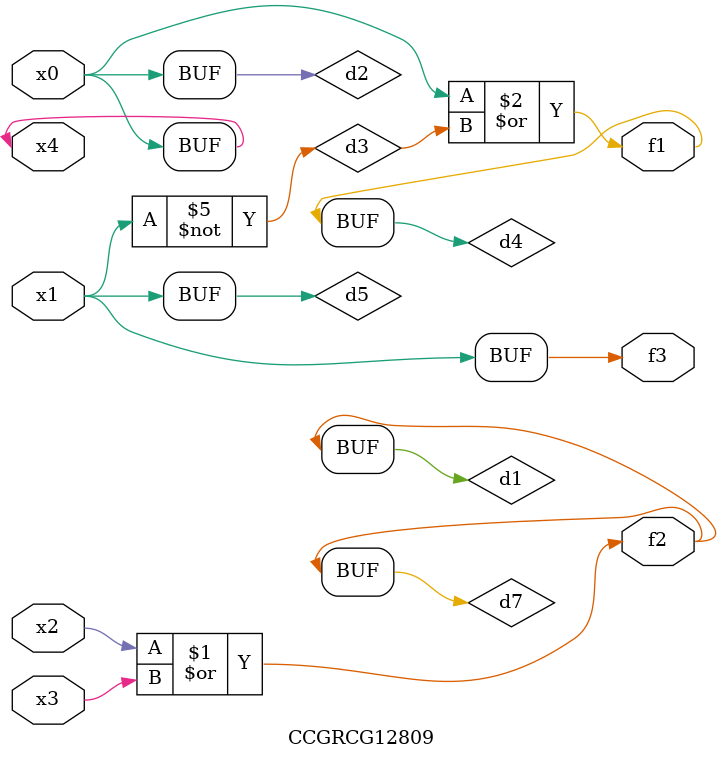
<source format=v>
module CCGRCG12809(
	input x0, x1, x2, x3, x4,
	output f1, f2, f3
);

	wire d1, d2, d3, d4, d5, d6, d7;

	or (d1, x2, x3);
	buf (d2, x0, x4);
	not (d3, x1);
	or (d4, d2, d3);
	not (d5, d3);
	nand (d6, d1, d3);
	or (d7, d1);
	assign f1 = d4;
	assign f2 = d7;
	assign f3 = d5;
endmodule

</source>
